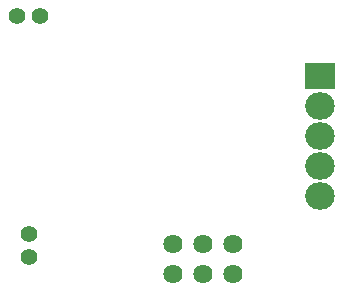
<source format=gbr>
G04 DipTrace 2.4.0.2*
%INBottomMask.gbr*%
%MOIN*%
%ADD28C,0.064*%
%ADD29C,0.056*%
%ADD74O,0.0984X0.0906*%
%ADD76R,0.0984X0.0906*%
%FSLAX44Y44*%
G04*
G70*
G90*
G75*
G01*
%LNBotMask*%
%LPD*%
D28*
X-500Y-4620D3*
Y-3620D3*
X-1500D3*
Y-4620D3*
X500D3*
Y-3620D3*
D29*
X-6310Y-3260D3*
Y-4047D3*
X-6730Y4010D3*
X-5943D3*
D76*
X3390Y2000D3*
D74*
Y1000D3*
Y0D3*
Y-1000D3*
Y-2000D3*
M02*

</source>
